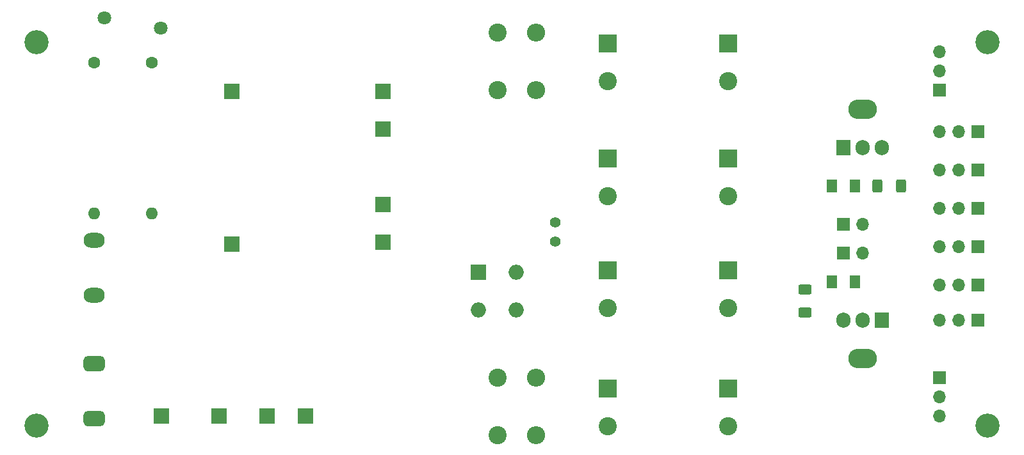
<source format=gbr>
%TF.GenerationSoftware,KiCad,Pcbnew,(6.0.10)*%
%TF.CreationDate,2023-04-08T13:34:01+03:00*%
%TF.ProjectId,DelSol_PSU,44656c53-6f6c-45f5-9053-552e6b696361,rev?*%
%TF.SameCoordinates,Original*%
%TF.FileFunction,Soldermask,Top*%
%TF.FilePolarity,Negative*%
%FSLAX46Y46*%
G04 Gerber Fmt 4.6, Leading zero omitted, Abs format (unit mm)*
G04 Created by KiCad (PCBNEW (6.0.10)) date 2023-04-08 13:34:01*
%MOMM*%
%LPD*%
G01*
G04 APERTURE LIST*
G04 Aperture macros list*
%AMRoundRect*
0 Rectangle with rounded corners*
0 $1 Rounding radius*
0 $2 $3 $4 $5 $6 $7 $8 $9 X,Y pos of 4 corners*
0 Add a 4 corners polygon primitive as box body*
4,1,4,$2,$3,$4,$5,$6,$7,$8,$9,$2,$3,0*
0 Add four circle primitives for the rounded corners*
1,1,$1+$1,$2,$3*
1,1,$1+$1,$4,$5*
1,1,$1+$1,$6,$7*
1,1,$1+$1,$8,$9*
0 Add four rect primitives between the rounded corners*
20,1,$1+$1,$2,$3,$4,$5,0*
20,1,$1+$1,$4,$5,$6,$7,0*
20,1,$1+$1,$6,$7,$8,$9,0*
20,1,$1+$1,$8,$9,$2,$3,0*%
G04 Aperture macros list end*
%ADD10R,1.700000X1.700000*%
%ADD11O,1.700000X1.700000*%
%ADD12R,2.000000X2.000000*%
%ADD13C,3.200000*%
%ADD14R,2.400000X2.400000*%
%ADD15C,2.400000*%
%ADD16O,2.000000X2.000000*%
%ADD17RoundRect,0.250001X-0.462499X-0.624999X0.462499X-0.624999X0.462499X0.624999X-0.462499X0.624999X0*%
%ADD18C,1.800000*%
%ADD19O,2.400000X2.400000*%
%ADD20C,1.600000*%
%ADD21O,1.600000X1.600000*%
%ADD22RoundRect,0.250000X0.625000X-0.400000X0.625000X0.400000X-0.625000X0.400000X-0.625000X-0.400000X0*%
%ADD23O,3.780000X2.600000*%
%ADD24C,1.400000*%
%ADD25RoundRect,0.250000X-0.400000X-0.625000X0.400000X-0.625000X0.400000X0.625000X-0.400000X0.625000X0*%
%ADD26RoundRect,0.500000X0.900000X-0.500000X0.900000X0.500000X-0.900000X0.500000X-0.900000X-0.500000X0*%
%ADD27O,2.800000X2.000000*%
%ADD28R,1.905000X2.000000*%
%ADD29O,1.905000X2.000000*%
G04 APERTURE END LIST*
D10*
X147305000Y-53770000D03*
D11*
X144765000Y-53770000D03*
X142225000Y-53770000D03*
D12*
X53340000Y-86360000D03*
D10*
X147305000Y-58850000D03*
D11*
X144765000Y-58850000D03*
X142225000Y-58850000D03*
D13*
X22860000Y-87630000D03*
D12*
X58420000Y-86360000D03*
D14*
X98425000Y-82745000D03*
D15*
X98425000Y-87745000D03*
D14*
X114300000Y-52265000D03*
D15*
X114300000Y-57265000D03*
D13*
X148590000Y-87630000D03*
D14*
X114300000Y-82745000D03*
D15*
X114300000Y-87745000D03*
D12*
X48660000Y-43360000D03*
X81280000Y-67280000D03*
D16*
X81280000Y-72280000D03*
X86280000Y-72280000D03*
X86280000Y-67280000D03*
D12*
X68660000Y-48360000D03*
X68660000Y-43360000D03*
D17*
X128052500Y-55880000D03*
X131027500Y-55880000D03*
D18*
X31810000Y-33590000D03*
X39310000Y-34990000D03*
D15*
X83820000Y-88900000D03*
D19*
X88900000Y-88900000D03*
D10*
X129540000Y-60960000D03*
D11*
X132080000Y-60960000D03*
D10*
X142240000Y-43180000D03*
D11*
X142240000Y-40640000D03*
X142240000Y-38100000D03*
D12*
X46990000Y-86360000D03*
D17*
X128052500Y-68580000D03*
X131027500Y-68580000D03*
D20*
X38100000Y-39530000D03*
D21*
X38100000Y-59530000D03*
D10*
X147305000Y-69010000D03*
D11*
X144765000Y-69010000D03*
X142225000Y-69010000D03*
D10*
X142240000Y-81280000D03*
D11*
X142240000Y-83820000D03*
X142240000Y-86360000D03*
D15*
X83820000Y-81280000D03*
D19*
X88900000Y-81280000D03*
D20*
X30480000Y-39530000D03*
D21*
X30480000Y-59530000D03*
D22*
X124460000Y-72670000D03*
X124460000Y-69570000D03*
D15*
X83780000Y-43180000D03*
D19*
X88860000Y-43180000D03*
D15*
X83820000Y-35560000D03*
D19*
X88900000Y-35560000D03*
D13*
X22860000Y-36830000D03*
D10*
X147305000Y-48690000D03*
D11*
X144765000Y-48690000D03*
X142225000Y-48690000D03*
D23*
X132080000Y-78740000D03*
D10*
X129540000Y-64770000D03*
D11*
X132080000Y-64770000D03*
D12*
X39370000Y-86360000D03*
D24*
X91440000Y-63266000D03*
X91440000Y-60726000D03*
D12*
X68660000Y-58360000D03*
D13*
X148590000Y-36830000D03*
D10*
X147305000Y-63930000D03*
D11*
X144765000Y-63930000D03*
X142225000Y-63930000D03*
D25*
X134060000Y-55880000D03*
X137160000Y-55880000D03*
D14*
X114300000Y-67094785D03*
D15*
X114300000Y-72094785D03*
D26*
X30480000Y-79470000D03*
X30480000Y-86740000D03*
D27*
X30480000Y-63120000D03*
X30480000Y-70390000D03*
D14*
X114300000Y-37025000D03*
D15*
X114300000Y-42025000D03*
D28*
X134620000Y-73660000D03*
D29*
X132080000Y-73660000D03*
X129540000Y-73660000D03*
D23*
X132080000Y-45720000D03*
D28*
X129540000Y-50800000D03*
D29*
X132080000Y-50800000D03*
X134620000Y-50800000D03*
D10*
X147320000Y-73660000D03*
D11*
X144780000Y-73660000D03*
X142240000Y-73660000D03*
D12*
X68660000Y-63360000D03*
D14*
X98425000Y-37025000D03*
D15*
X98425000Y-42025000D03*
D14*
X98425000Y-52265000D03*
D15*
X98425000Y-57265000D03*
D14*
X98425000Y-67094785D03*
D15*
X98425000Y-72094785D03*
D12*
X48660000Y-63600000D03*
M02*

</source>
